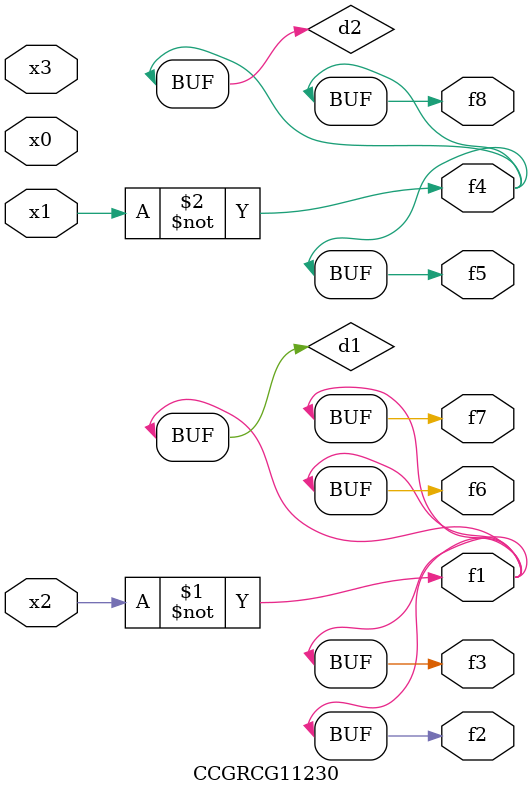
<source format=v>
module CCGRCG11230(
	input x0, x1, x2, x3,
	output f1, f2, f3, f4, f5, f6, f7, f8
);

	wire d1, d2;

	xnor (d1, x2);
	not (d2, x1);
	assign f1 = d1;
	assign f2 = d1;
	assign f3 = d1;
	assign f4 = d2;
	assign f5 = d2;
	assign f6 = d1;
	assign f7 = d1;
	assign f8 = d2;
endmodule

</source>
